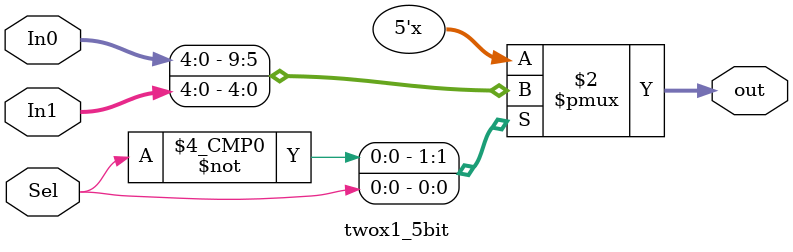
<source format=v>
`timescale 1ns / 1ps
module twox1_5bit(In0,In1,Sel,out
    );
	 
input [4:0] In0,In1;
input Sel;
output [4:0] out;

reg [4:0] out;

always @(In0 or In1 or Sel)
begin
case(Sel)
0: out <= In0;
1: out <= In1;
default: out<= 4'bxxxx;
endcase
end

endmodule

</source>
